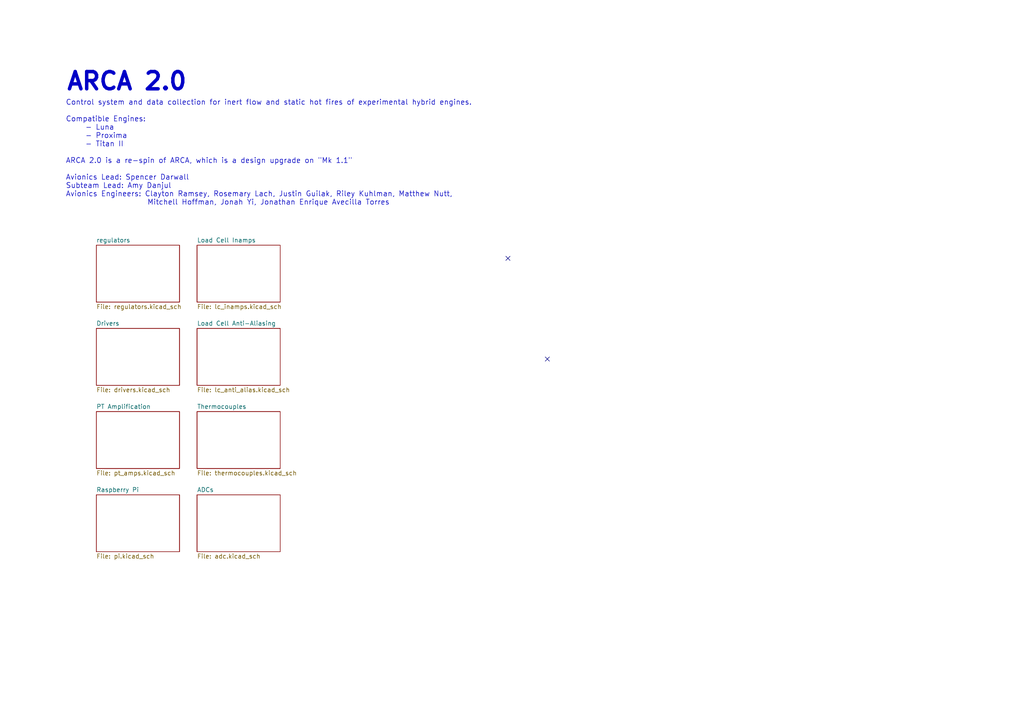
<source format=kicad_sch>
(kicad_sch (version 20211123) (generator eeschema)
  (paper "A4")
  (title_block (title "ARCA 2.0") (rev "1") (company "Rice Eclipse"))
  (lib_symbols)
  (no_connect (at 158.75 104.14))
  (no_connect (at 147.32 74.93))
  (text "Control system and data collection for inert flow and static hot fires of experimental hybrid engines.\n\nCompatible Engines:\n	- Luna\n	- Proxima\n	- Titan II\n\nARCA 2.0 is a re-spin of ARCA, which is a design upgrade on \"Mk 1.1\"\n\nAvionics Lead: Spencer Darwall\nSubteam Lead: Amy Danjul\nAvionics Engineers: Clayton Ramsey, Rosemary Lach, Justin Guilak, Riley Kuhlman, Matthew Nutt,\n				Mitchell Hoffman, Jonah Yi, Jonathan Enrique Avecilla Torres" (at 19.05 59.69 0) (effects (font (size 1.5 1.5)) (justify left bottom)))
  (text "ARCA 2.0\n" (at 54.61 26.67 180) (effects (font (size 5 5) (thickness 1) bold) (justify right bottom)))
  (sheet (at 27.94 143.51) (size 24.13 16.51) (stroke (width 0.1524))
    (property "Sheet name" "Raspberry Pi" (at 27.94 142.7984 0) (effects (justify left bottom)))
    (property "Sheet file" "pi.kicad_sch" (at 27.94 160.6046 0) (effects (justify left top)))
  )
  (sheet (at 27.94 71.12) (size 24.13 16.51) (stroke (width 0.1524))
    (property "Sheet name" "regulators" (at 27.94 70.4084 0) (effects (justify left bottom)))
    (property "Sheet file" "regulators.kicad_sch" (at 27.94 88.2146 0) (effects (justify left top)))
  )
  (sheet (at 57.15 119.38) (size 24.13 16.51) (stroke (width 0.1524))
    (property "Sheet name" "Thermocouples" (at 57.15 118.6684 0) (effects (justify left bottom)))
    (property "Sheet file" "thermocouples.kicad_sch" (at 57.15 136.4746 0) (effects (justify left top)))
  )
  (sheet (at 57.15 95.25) (size 24.13 16.51) (stroke (width 0.1524))
    (property "Sheet name" "Load Cell Anti-Aliasing" (at 57.15 94.5384 0) (effects (justify left bottom)))
    (property "Sheet file" "lc_anti_alias.kicad_sch" (at 57.15 112.3446 0) (effects (justify left top)))
  )
  (sheet (at 57.15 71.12) (size 24.13 16.51) (stroke (width 0.1524))
    (property "Sheet name" "Load Cell Inamps" (at 57.15 70.4084 0) (effects (justify left bottom)))
    (property "Sheet file" "lc_inamps.kicad_sch" (at 57.15 88.2146 0) (effects (justify left top)))
  )
  (sheet (at 27.94 95.25) (size 24.13 16.51) (stroke (width 0.1524))
    (property "Sheet name" "Drivers" (at 27.94 94.5384 0) (effects (justify left bottom)))
    (property "Sheet file" "drivers.kicad_sch" (at 27.94 112.3446 0) (effects (justify left top)))
  )
  (sheet (at 27.94 119.38) (size 24.13 16.51) (stroke (width 0.1524))
    (property "Sheet name" "PT Amplification" (at 27.94 118.6684 0) (effects (justify left bottom)))
    (property "Sheet file" "pt_amps.kicad_sch" (at 27.94 136.4746 0) (effects (justify left top)))
  )
  (sheet (at 57.15 143.51) (size 24.13 16.51) (stroke (width 0.1524))
    (property "Sheet name" "ADCs" (at 57.15 142.7984 0) (effects (justify left bottom)))
    (property "Sheet file" "adc.kicad_sch" (at 57.15 160.6046 0) (effects (justify left top)))
  )
)
</source>
